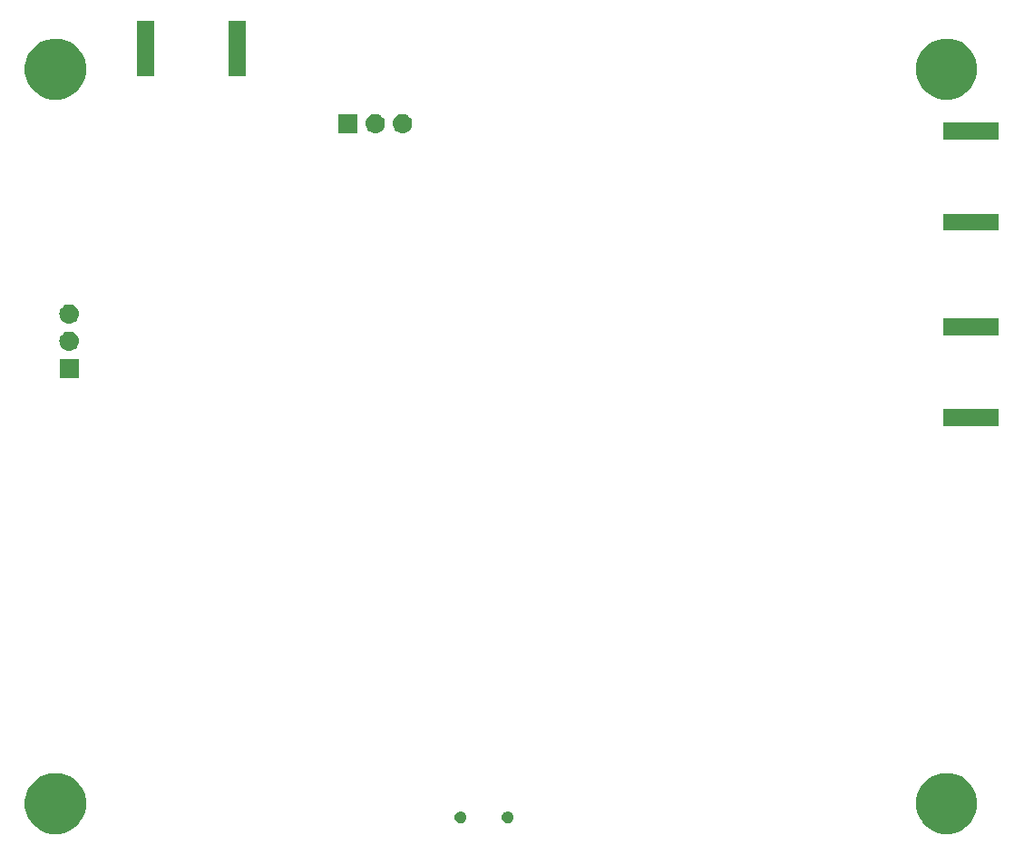
<source format=gbr>
G04 #@! TF.GenerationSoftware,KiCad,Pcbnew,(6.0.0-rc1-dev-1154-gcbd13c712)*
G04 #@! TF.CreationDate,2018-11-28T14:30:40+08:00*
G04 #@! TF.ProjectId,8330_EVA,38333330-5f45-4564-912e-6b696361645f,rev?*
G04 #@! TF.SameCoordinates,Original*
G04 #@! TF.FileFunction,Soldermask,Bot*
G04 #@! TF.FilePolarity,Negative*
%FSLAX46Y46*%
G04 Gerber Fmt 4.6, Leading zero omitted, Abs format (unit mm)*
G04 Created by KiCad (PCBNEW (6.0.0-rc1-dev-1154-gcbd13c712)) date 2018/11/28 14:30:40*
%MOMM*%
%LPD*%
G01*
G04 APERTURE LIST*
%ADD10C,0.100000*%
G04 APERTURE END LIST*
D10*
G36*
X196136202Y-119123781D02*
X196411606Y-119178562D01*
X196930455Y-119393476D01*
X197394259Y-119703380D01*
X197397410Y-119705486D01*
X197794514Y-120102590D01*
X197794516Y-120102593D01*
X198106524Y-120569545D01*
X198321438Y-121088394D01*
X198431000Y-121639201D01*
X198431000Y-122200799D01*
X198321438Y-122751606D01*
X198106524Y-123270455D01*
X197874309Y-123617988D01*
X197794514Y-123737410D01*
X197397410Y-124134514D01*
X197397407Y-124134516D01*
X196930455Y-124446524D01*
X196411606Y-124661438D01*
X195860800Y-124771000D01*
X195299200Y-124771000D01*
X194748394Y-124661438D01*
X194229545Y-124446524D01*
X193762593Y-124134516D01*
X193762590Y-124134514D01*
X193365486Y-123737410D01*
X193285691Y-123617988D01*
X193053476Y-123270455D01*
X192838562Y-122751606D01*
X192729000Y-122200799D01*
X192729000Y-121639201D01*
X192838562Y-121088394D01*
X193053476Y-120569545D01*
X193365484Y-120102593D01*
X193365486Y-120102590D01*
X193762590Y-119705486D01*
X193765741Y-119703380D01*
X194229545Y-119393476D01*
X194748394Y-119178562D01*
X195023798Y-119123781D01*
X195299200Y-119069000D01*
X195860800Y-119069000D01*
X196136202Y-119123781D01*
X196136202Y-119123781D01*
G37*
G36*
X112951202Y-119123781D02*
X113226606Y-119178562D01*
X113745455Y-119393476D01*
X114209259Y-119703380D01*
X114212410Y-119705486D01*
X114609514Y-120102590D01*
X114609516Y-120102593D01*
X114921524Y-120569545D01*
X115136438Y-121088394D01*
X115246000Y-121639201D01*
X115246000Y-122200799D01*
X115136438Y-122751606D01*
X114921524Y-123270455D01*
X114689309Y-123617988D01*
X114609514Y-123737410D01*
X114212410Y-124134514D01*
X114212407Y-124134516D01*
X113745455Y-124446524D01*
X113226606Y-124661438D01*
X112675800Y-124771000D01*
X112114200Y-124771000D01*
X111563394Y-124661438D01*
X111044545Y-124446524D01*
X110577593Y-124134516D01*
X110577590Y-124134514D01*
X110180486Y-123737410D01*
X110100691Y-123617988D01*
X109868476Y-123270455D01*
X109653562Y-122751606D01*
X109544000Y-122200799D01*
X109544000Y-121639201D01*
X109653562Y-121088394D01*
X109868476Y-120569545D01*
X110180484Y-120102593D01*
X110180486Y-120102590D01*
X110577590Y-119705486D01*
X110580741Y-119703380D01*
X111044545Y-119393476D01*
X111563394Y-119178562D01*
X111838798Y-119123781D01*
X112114200Y-119069000D01*
X112675800Y-119069000D01*
X112951202Y-119123781D01*
X112951202Y-119123781D01*
G37*
G36*
X150360721Y-122660174D02*
X150460995Y-122701709D01*
X150551245Y-122762012D01*
X150627988Y-122838755D01*
X150688291Y-122929005D01*
X150729826Y-123029279D01*
X150751000Y-123135730D01*
X150751000Y-123244270D01*
X150729826Y-123350721D01*
X150688291Y-123450995D01*
X150627988Y-123541245D01*
X150551245Y-123617988D01*
X150460995Y-123678291D01*
X150360721Y-123719826D01*
X150254270Y-123741000D01*
X150145730Y-123741000D01*
X150039279Y-123719826D01*
X149939005Y-123678291D01*
X149848755Y-123617988D01*
X149772012Y-123541245D01*
X149711709Y-123450995D01*
X149670174Y-123350721D01*
X149649000Y-123244270D01*
X149649000Y-123135730D01*
X149670174Y-123029279D01*
X149711709Y-122929005D01*
X149772012Y-122838755D01*
X149848755Y-122762012D01*
X149939005Y-122701709D01*
X150039279Y-122660174D01*
X150145730Y-122639000D01*
X150254270Y-122639000D01*
X150360721Y-122660174D01*
X150360721Y-122660174D01*
G37*
G36*
X154760721Y-122660174D02*
X154860995Y-122701709D01*
X154951245Y-122762012D01*
X155027988Y-122838755D01*
X155088291Y-122929005D01*
X155129826Y-123029279D01*
X155151000Y-123135730D01*
X155151000Y-123244270D01*
X155129826Y-123350721D01*
X155088291Y-123450995D01*
X155027988Y-123541245D01*
X154951245Y-123617988D01*
X154860995Y-123678291D01*
X154760721Y-123719826D01*
X154654270Y-123741000D01*
X154545730Y-123741000D01*
X154439279Y-123719826D01*
X154339005Y-123678291D01*
X154248755Y-123617988D01*
X154172012Y-123541245D01*
X154111709Y-123450995D01*
X154070174Y-123350721D01*
X154049000Y-123244270D01*
X154049000Y-123135730D01*
X154070174Y-123029279D01*
X154111709Y-122929005D01*
X154172012Y-122838755D01*
X154248755Y-122762012D01*
X154339005Y-122701709D01*
X154439279Y-122660174D01*
X154545730Y-122639000D01*
X154654270Y-122639000D01*
X154760721Y-122660174D01*
X154760721Y-122660174D01*
G37*
G36*
X200457000Y-86676440D02*
X195275000Y-86676440D01*
X195275000Y-85074440D01*
X200457000Y-85074440D01*
X200457000Y-86676440D01*
X200457000Y-86676440D01*
G37*
G36*
X114566000Y-82181000D02*
X112764000Y-82181000D01*
X112764000Y-80379000D01*
X114566000Y-80379000D01*
X114566000Y-82181000D01*
X114566000Y-82181000D01*
G37*
G36*
X113775443Y-77845519D02*
X113841627Y-77852037D01*
X113954853Y-77886384D01*
X114011467Y-77903557D01*
X114150087Y-77977652D01*
X114167991Y-77987222D01*
X114203729Y-78016552D01*
X114305186Y-78099814D01*
X114368070Y-78176440D01*
X114417778Y-78237009D01*
X114417779Y-78237011D01*
X114501443Y-78393533D01*
X114501443Y-78393534D01*
X114552963Y-78563373D01*
X114570359Y-78740000D01*
X114552963Y-78916627D01*
X114518616Y-79029853D01*
X114501443Y-79086467D01*
X114427348Y-79225087D01*
X114417778Y-79242991D01*
X114388448Y-79278729D01*
X114305186Y-79380186D01*
X114203729Y-79463448D01*
X114167991Y-79492778D01*
X114167989Y-79492779D01*
X114011467Y-79576443D01*
X113954853Y-79593616D01*
X113841627Y-79627963D01*
X113775442Y-79634482D01*
X113709260Y-79641000D01*
X113620740Y-79641000D01*
X113554558Y-79634482D01*
X113488373Y-79627963D01*
X113375147Y-79593616D01*
X113318533Y-79576443D01*
X113162011Y-79492779D01*
X113162009Y-79492778D01*
X113126271Y-79463448D01*
X113024814Y-79380186D01*
X112941552Y-79278729D01*
X112912222Y-79242991D01*
X112902652Y-79225087D01*
X112828557Y-79086467D01*
X112811384Y-79029853D01*
X112777037Y-78916627D01*
X112759641Y-78740000D01*
X112777037Y-78563373D01*
X112828557Y-78393534D01*
X112828557Y-78393533D01*
X112912221Y-78237011D01*
X112912222Y-78237009D01*
X112961930Y-78176440D01*
X113024814Y-78099814D01*
X113126271Y-78016552D01*
X113162009Y-77987222D01*
X113179913Y-77977652D01*
X113318533Y-77903557D01*
X113375147Y-77886384D01*
X113488373Y-77852037D01*
X113554557Y-77845519D01*
X113620740Y-77839000D01*
X113709260Y-77839000D01*
X113775443Y-77845519D01*
X113775443Y-77845519D01*
G37*
G36*
X200457000Y-78176440D02*
X195275000Y-78176440D01*
X195275000Y-76574440D01*
X200457000Y-76574440D01*
X200457000Y-78176440D01*
X200457000Y-78176440D01*
G37*
G36*
X113775442Y-75305518D02*
X113841627Y-75312037D01*
X113954853Y-75346384D01*
X114011467Y-75363557D01*
X114150087Y-75437652D01*
X114167991Y-75447222D01*
X114203729Y-75476552D01*
X114305186Y-75559814D01*
X114388448Y-75661271D01*
X114417778Y-75697009D01*
X114417779Y-75697011D01*
X114501443Y-75853533D01*
X114501443Y-75853534D01*
X114552963Y-76023373D01*
X114570359Y-76200000D01*
X114552963Y-76376627D01*
X114518616Y-76489853D01*
X114501443Y-76546467D01*
X114427348Y-76685087D01*
X114417778Y-76702991D01*
X114388448Y-76738729D01*
X114305186Y-76840186D01*
X114203729Y-76923448D01*
X114167991Y-76952778D01*
X114167989Y-76952779D01*
X114011467Y-77036443D01*
X113954853Y-77053616D01*
X113841627Y-77087963D01*
X113775442Y-77094482D01*
X113709260Y-77101000D01*
X113620740Y-77101000D01*
X113554558Y-77094482D01*
X113488373Y-77087963D01*
X113375147Y-77053616D01*
X113318533Y-77036443D01*
X113162011Y-76952779D01*
X113162009Y-76952778D01*
X113126271Y-76923448D01*
X113024814Y-76840186D01*
X112941552Y-76738729D01*
X112912222Y-76702991D01*
X112902652Y-76685087D01*
X112828557Y-76546467D01*
X112811384Y-76489853D01*
X112777037Y-76376627D01*
X112759641Y-76200000D01*
X112777037Y-76023373D01*
X112828557Y-75853534D01*
X112828557Y-75853533D01*
X112912221Y-75697011D01*
X112912222Y-75697009D01*
X112941552Y-75661271D01*
X113024814Y-75559814D01*
X113126271Y-75476552D01*
X113162009Y-75447222D01*
X113179913Y-75437652D01*
X113318533Y-75363557D01*
X113375147Y-75346384D01*
X113488373Y-75312037D01*
X113554558Y-75305518D01*
X113620740Y-75299000D01*
X113709260Y-75299000D01*
X113775442Y-75305518D01*
X113775442Y-75305518D01*
G37*
G36*
X200457000Y-68424000D02*
X195275000Y-68424000D01*
X195275000Y-66822000D01*
X200457000Y-66822000D01*
X200457000Y-68424000D01*
X200457000Y-68424000D01*
G37*
G36*
X200457000Y-59924000D02*
X195275000Y-59924000D01*
X195275000Y-58322000D01*
X200457000Y-58322000D01*
X200457000Y-59924000D01*
X200457000Y-59924000D01*
G37*
G36*
X140601000Y-59321000D02*
X138799000Y-59321000D01*
X138799000Y-57519000D01*
X140601000Y-57519000D01*
X140601000Y-59321000D01*
X140601000Y-59321000D01*
G37*
G36*
X142350443Y-57525519D02*
X142416627Y-57532037D01*
X142529853Y-57566384D01*
X142586467Y-57583557D01*
X142725087Y-57657652D01*
X142742991Y-57667222D01*
X142778729Y-57696552D01*
X142880186Y-57779814D01*
X142963448Y-57881271D01*
X142992778Y-57917009D01*
X142992779Y-57917011D01*
X143076443Y-58073533D01*
X143076443Y-58073534D01*
X143127963Y-58243373D01*
X143145359Y-58420000D01*
X143127963Y-58596627D01*
X143093616Y-58709853D01*
X143076443Y-58766467D01*
X143002348Y-58905087D01*
X142992778Y-58922991D01*
X142963448Y-58958729D01*
X142880186Y-59060186D01*
X142778729Y-59143448D01*
X142742991Y-59172778D01*
X142742989Y-59172779D01*
X142586467Y-59256443D01*
X142529853Y-59273616D01*
X142416627Y-59307963D01*
X142350442Y-59314482D01*
X142284260Y-59321000D01*
X142195740Y-59321000D01*
X142129558Y-59314482D01*
X142063373Y-59307963D01*
X141950147Y-59273616D01*
X141893533Y-59256443D01*
X141737011Y-59172779D01*
X141737009Y-59172778D01*
X141701271Y-59143448D01*
X141599814Y-59060186D01*
X141516552Y-58958729D01*
X141487222Y-58922991D01*
X141477652Y-58905087D01*
X141403557Y-58766467D01*
X141386384Y-58709853D01*
X141352037Y-58596627D01*
X141334641Y-58420000D01*
X141352037Y-58243373D01*
X141403557Y-58073534D01*
X141403557Y-58073533D01*
X141487221Y-57917011D01*
X141487222Y-57917009D01*
X141516552Y-57881271D01*
X141599814Y-57779814D01*
X141701271Y-57696552D01*
X141737009Y-57667222D01*
X141754913Y-57657652D01*
X141893533Y-57583557D01*
X141950147Y-57566384D01*
X142063373Y-57532037D01*
X142129557Y-57525519D01*
X142195740Y-57519000D01*
X142284260Y-57519000D01*
X142350443Y-57525519D01*
X142350443Y-57525519D01*
G37*
G36*
X144890443Y-57525519D02*
X144956627Y-57532037D01*
X145069853Y-57566384D01*
X145126467Y-57583557D01*
X145265087Y-57657652D01*
X145282991Y-57667222D01*
X145318729Y-57696552D01*
X145420186Y-57779814D01*
X145503448Y-57881271D01*
X145532778Y-57917009D01*
X145532779Y-57917011D01*
X145616443Y-58073533D01*
X145616443Y-58073534D01*
X145667963Y-58243373D01*
X145685359Y-58420000D01*
X145667963Y-58596627D01*
X145633616Y-58709853D01*
X145616443Y-58766467D01*
X145542348Y-58905087D01*
X145532778Y-58922991D01*
X145503448Y-58958729D01*
X145420186Y-59060186D01*
X145318729Y-59143448D01*
X145282991Y-59172778D01*
X145282989Y-59172779D01*
X145126467Y-59256443D01*
X145069853Y-59273616D01*
X144956627Y-59307963D01*
X144890442Y-59314482D01*
X144824260Y-59321000D01*
X144735740Y-59321000D01*
X144669558Y-59314482D01*
X144603373Y-59307963D01*
X144490147Y-59273616D01*
X144433533Y-59256443D01*
X144277011Y-59172779D01*
X144277009Y-59172778D01*
X144241271Y-59143448D01*
X144139814Y-59060186D01*
X144056552Y-58958729D01*
X144027222Y-58922991D01*
X144017652Y-58905087D01*
X143943557Y-58766467D01*
X143926384Y-58709853D01*
X143892037Y-58596627D01*
X143874641Y-58420000D01*
X143892037Y-58243373D01*
X143943557Y-58073534D01*
X143943557Y-58073533D01*
X144027221Y-57917011D01*
X144027222Y-57917009D01*
X144056552Y-57881271D01*
X144139814Y-57779814D01*
X144241271Y-57696552D01*
X144277009Y-57667222D01*
X144294913Y-57657652D01*
X144433533Y-57583557D01*
X144490147Y-57566384D01*
X144603373Y-57532037D01*
X144669557Y-57525519D01*
X144735740Y-57519000D01*
X144824260Y-57519000D01*
X144890443Y-57525519D01*
X144890443Y-57525519D01*
G37*
G36*
X112951202Y-50543781D02*
X113226606Y-50598562D01*
X113745455Y-50813476D01*
X114209259Y-51123380D01*
X114212410Y-51125486D01*
X114609514Y-51522590D01*
X114609516Y-51522593D01*
X114921524Y-51989545D01*
X115136438Y-52508394D01*
X115246000Y-53059201D01*
X115246000Y-53620799D01*
X115136438Y-54171606D01*
X114921524Y-54690455D01*
X114611620Y-55154259D01*
X114609514Y-55157410D01*
X114212410Y-55554514D01*
X114212407Y-55554516D01*
X113745455Y-55866524D01*
X113226606Y-56081438D01*
X112675800Y-56191000D01*
X112114200Y-56191000D01*
X111563394Y-56081438D01*
X111044545Y-55866524D01*
X110577593Y-55554516D01*
X110577590Y-55554514D01*
X110180486Y-55157410D01*
X110178380Y-55154259D01*
X109868476Y-54690455D01*
X109653562Y-54171606D01*
X109544000Y-53620799D01*
X109544000Y-53059201D01*
X109653562Y-52508394D01*
X109868476Y-51989545D01*
X110180484Y-51522593D01*
X110180486Y-51522590D01*
X110577590Y-51125486D01*
X110580741Y-51123380D01*
X111044545Y-50813476D01*
X111563394Y-50598562D01*
X112114200Y-50489000D01*
X112675800Y-50489000D01*
X112951202Y-50543781D01*
X112951202Y-50543781D01*
G37*
G36*
X196136202Y-50543781D02*
X196411606Y-50598562D01*
X196930455Y-50813476D01*
X197394259Y-51123380D01*
X197397410Y-51125486D01*
X197794514Y-51522590D01*
X197794516Y-51522593D01*
X198106524Y-51989545D01*
X198321438Y-52508394D01*
X198431000Y-53059201D01*
X198431000Y-53620799D01*
X198321438Y-54171606D01*
X198106524Y-54690455D01*
X197796620Y-55154259D01*
X197794514Y-55157410D01*
X197397410Y-55554514D01*
X197397407Y-55554516D01*
X196930455Y-55866524D01*
X196411606Y-56081438D01*
X195860800Y-56191000D01*
X195299200Y-56191000D01*
X194748394Y-56081438D01*
X194229545Y-55866524D01*
X193762593Y-55554516D01*
X193762590Y-55554514D01*
X193365486Y-55157410D01*
X193363380Y-55154259D01*
X193053476Y-54690455D01*
X192838562Y-54171606D01*
X192729000Y-53620799D01*
X192729000Y-53059201D01*
X192838562Y-52508394D01*
X193053476Y-51989545D01*
X193365484Y-51522593D01*
X193365486Y-51522590D01*
X193762590Y-51125486D01*
X193765741Y-51123380D01*
X194229545Y-50813476D01*
X194748394Y-50598562D01*
X195299200Y-50489000D01*
X195860800Y-50489000D01*
X196136202Y-50543781D01*
X196136202Y-50543781D01*
G37*
G36*
X121646000Y-54026000D02*
X120044000Y-54026000D01*
X120044000Y-48844000D01*
X121646000Y-48844000D01*
X121646000Y-54026000D01*
X121646000Y-54026000D01*
G37*
G36*
X130146000Y-54026000D02*
X128544000Y-54026000D01*
X128544000Y-48844000D01*
X130146000Y-48844000D01*
X130146000Y-54026000D01*
X130146000Y-54026000D01*
G37*
M02*

</source>
